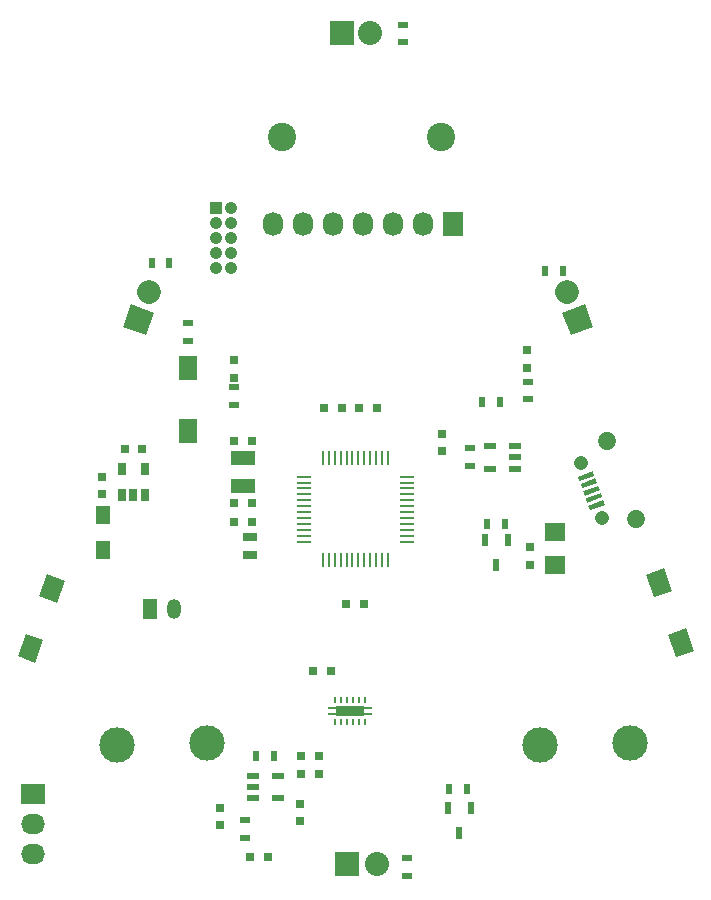
<source format=gbr>
G04 #@! TF.FileFunction,Soldermask,Top*
%FSLAX46Y46*%
G04 Gerber Fmt 4.6, Leading zero omitted, Abs format (unit mm)*
G04 Created by KiCad (PCBNEW 4.0.4-stable) date 10/27/17 11:40:57*
%MOMM*%
%LPD*%
G01*
G04 APERTURE LIST*
%ADD10C,0.100000*%
%ADD11C,3.000000*%
%ADD12R,0.800000X0.750000*%
%ADD13R,0.750000X0.800000*%
%ADD14R,0.797560X0.797560*%
%ADD15R,1.803400X1.600200*%
%ADD16R,1.143000X0.635000*%
%ADD17C,1.150000*%
%ADD18C,1.550000*%
%ADD19R,1.727200X2.032000*%
%ADD20O,1.727200X2.032000*%
%ADD21R,0.599440X1.000760*%
%ADD22R,0.900000X0.500000*%
%ADD23R,0.500000X0.900000*%
%ADD24R,2.032000X2.032000*%
%ADD25O,2.032000X2.032000*%
%ADD26C,2.032000*%
%ADD27R,1.600000X2.000000*%
%ADD28R,1.000760X0.599440*%
%ADD29R,1.300000X0.250000*%
%ADD30R,0.250000X1.300000*%
%ADD31R,0.650000X1.060000*%
%ADD32R,0.700000X0.250000*%
%ADD33R,0.250000X0.500000*%
%ADD34R,2.400000X0.840000*%
%ADD35C,2.400000*%
%ADD36R,2.037160X1.237160*%
%ADD37R,1.200000X1.500000*%
%ADD38R,2.032000X1.727200*%
%ADD39O,2.032000X1.727200*%
%ADD40R,1.200000X1.700000*%
%ADD41O,1.200000X1.700000*%
%ADD42R,1.050000X1.050000*%
%ADD43C,1.050000*%
G04 APERTURE END LIST*
D10*
D11*
X159590000Y-111000000D03*
X167210000Y-110800000D03*
D12*
X135160000Y-92080000D03*
X133660000Y-92080000D03*
X135200000Y-85230000D03*
X133700000Y-85230000D03*
X143160000Y-99030000D03*
X144660000Y-99030000D03*
X135210000Y-90520000D03*
X133710000Y-90520000D03*
X144250000Y-82450000D03*
X145750000Y-82450000D03*
D13*
X158740000Y-95770000D03*
X158740000Y-94270000D03*
X139270000Y-115970000D03*
X139270000Y-117470000D03*
X122480000Y-89770000D03*
X122480000Y-88270000D03*
D12*
X124420000Y-85970000D03*
X125920000Y-85970000D03*
D13*
X132470000Y-116310000D03*
X132470000Y-117810000D03*
D12*
X142810000Y-82450000D03*
X141310000Y-82450000D03*
D13*
X151240000Y-86140000D03*
X151240000Y-84640000D03*
D12*
X140850000Y-113450000D03*
X139350000Y-113450000D03*
X140850000Y-111950000D03*
X139350000Y-111950000D03*
X141870000Y-104700000D03*
X140370000Y-104700000D03*
D14*
X136560000Y-120490000D03*
X135061400Y-120490000D03*
X133700000Y-78400700D03*
X133700000Y-79899300D03*
X158490000Y-77590700D03*
X158490000Y-79089300D03*
D15*
X160850000Y-92953000D03*
X160850000Y-95747000D03*
D16*
X134990000Y-94942000D03*
X134990000Y-93418000D03*
D10*
G36*
X164942515Y-90268064D02*
X165079324Y-90643941D01*
X163810739Y-91105668D01*
X163673930Y-90729791D01*
X164942515Y-90268064D01*
X164942515Y-90268064D01*
G37*
G36*
X164720202Y-89657264D02*
X164857011Y-90033141D01*
X163588426Y-90494868D01*
X163451617Y-90118991D01*
X164720202Y-89657264D01*
X164720202Y-89657264D01*
G37*
G36*
X164497889Y-89046464D02*
X164634698Y-89422341D01*
X163366113Y-89884068D01*
X163229304Y-89508191D01*
X164497889Y-89046464D01*
X164497889Y-89046464D01*
G37*
G36*
X164275575Y-88435664D02*
X164412384Y-88811541D01*
X163143799Y-89273268D01*
X163006990Y-88897391D01*
X164275575Y-88435664D01*
X164275575Y-88435664D01*
G37*
G36*
X164053262Y-87824863D02*
X164190071Y-88200740D01*
X162921486Y-88662467D01*
X162784677Y-88286590D01*
X164053262Y-87824863D01*
X164053262Y-87824863D01*
G37*
D17*
X164787051Y-91814497D02*
X164787051Y-91814497D01*
X163076950Y-87116034D02*
X163076950Y-87116034D01*
D18*
X167666241Y-91830736D02*
X167666241Y-91830736D01*
X165272100Y-85252887D02*
X165272100Y-85252887D01*
D19*
X152190000Y-66930000D03*
D20*
X149650000Y-66930000D03*
X147110000Y-66930000D03*
X144570000Y-66930000D03*
X142030000Y-66930000D03*
X139490000Y-66930000D03*
X136950000Y-66930000D03*
D21*
X153697714Y-116305678D03*
X152745214Y-118418958D03*
X151792714Y-116305678D03*
D22*
X153690000Y-87390000D03*
X153690000Y-85890000D03*
D23*
X156190000Y-81990000D03*
X154690000Y-81990000D03*
D22*
X129750000Y-75300000D03*
X129750000Y-76800000D03*
D23*
X155130000Y-92280000D03*
X156630000Y-92280000D03*
X153400000Y-114750000D03*
X151900000Y-114750000D03*
D22*
X147950000Y-50020000D03*
X147950000Y-51520000D03*
D24*
X142810000Y-50710000D03*
D25*
X145220000Y-50710000D03*
D10*
G36*
X126883489Y-74392765D02*
X126188504Y-76302220D01*
X124279049Y-75607235D01*
X124974034Y-73697780D01*
X126883489Y-74392765D01*
X126883489Y-74392765D01*
G37*
D26*
X126450000Y-72613181D02*
X126450000Y-72613181D01*
D23*
X126700000Y-70200000D03*
X128200000Y-70200000D03*
D10*
G36*
X163375966Y-73697780D02*
X164070951Y-75607235D01*
X162161496Y-76302220D01*
X161466511Y-74392765D01*
X163375966Y-73697780D01*
X163375966Y-73697780D01*
G37*
D26*
X161900000Y-72613181D02*
X161900000Y-72613181D01*
D23*
X159990000Y-70880000D03*
X161490000Y-70880000D03*
D24*
X143240000Y-121110000D03*
D25*
X145780000Y-121110000D03*
D22*
X133700000Y-82200000D03*
X133700000Y-80700000D03*
X158540000Y-81730000D03*
X158540000Y-80230000D03*
X148340000Y-122060000D03*
X148340000Y-120560000D03*
X134570000Y-117370000D03*
X134570000Y-118870000D03*
D10*
G36*
X170429680Y-101671093D02*
X171933188Y-101123861D01*
X172617228Y-103003247D01*
X171113720Y-103550479D01*
X170429680Y-101671093D01*
X170429680Y-101671093D01*
G37*
G36*
X168582772Y-96596753D02*
X170086280Y-96049521D01*
X170770320Y-97928907D01*
X169266812Y-98476139D01*
X168582772Y-96596753D01*
X168582772Y-96596753D01*
G37*
G36*
X118693188Y-98956139D02*
X117189680Y-98408907D01*
X117873720Y-96529521D01*
X119377228Y-97076753D01*
X118693188Y-98956139D01*
X118693188Y-98956139D01*
G37*
G36*
X116846280Y-104030479D02*
X115342772Y-103483247D01*
X116026812Y-101603861D01*
X117530320Y-102151093D01*
X116846280Y-104030479D01*
X116846280Y-104030479D01*
G37*
D27*
X129750000Y-84450000D03*
X129750000Y-79050000D03*
D28*
X157466640Y-87602500D03*
X157466640Y-85697500D03*
X157466640Y-86650000D03*
X155353360Y-85697500D03*
X155353360Y-87602500D03*
D29*
X139600000Y-88280000D03*
X139600000Y-88780000D03*
X139600000Y-89280000D03*
X139600000Y-89780000D03*
X139600000Y-90280000D03*
X139600000Y-90780000D03*
X139600000Y-91280000D03*
X139600000Y-91780000D03*
X139600000Y-92280000D03*
X139600000Y-92780000D03*
X139600000Y-93280000D03*
X139600000Y-93780000D03*
D30*
X141200000Y-95380000D03*
X141700000Y-95380000D03*
X142200000Y-95380000D03*
X142700000Y-95380000D03*
X143200000Y-95380000D03*
X143700000Y-95380000D03*
X144200000Y-95380000D03*
X144700000Y-95380000D03*
X145200000Y-95380000D03*
X145700000Y-95380000D03*
X146200000Y-95380000D03*
X146700000Y-95380000D03*
D29*
X148300000Y-93780000D03*
X148300000Y-93280000D03*
X148300000Y-92780000D03*
X148300000Y-92280000D03*
X148300000Y-91780000D03*
X148300000Y-91280000D03*
X148300000Y-90780000D03*
X148300000Y-90280000D03*
X148300000Y-89780000D03*
X148300000Y-89280000D03*
X148300000Y-88780000D03*
X148300000Y-88280000D03*
D30*
X146700000Y-86680000D03*
X146200000Y-86680000D03*
X145700000Y-86680000D03*
X145200000Y-86680000D03*
X144700000Y-86680000D03*
X144200000Y-86680000D03*
X143700000Y-86680000D03*
X143200000Y-86680000D03*
X142700000Y-86680000D03*
X142200000Y-86680000D03*
X141700000Y-86680000D03*
X141200000Y-86680000D03*
D31*
X124200000Y-89850000D03*
X125150000Y-89850000D03*
X126100000Y-89850000D03*
X126100000Y-87650000D03*
X124200000Y-87650000D03*
D28*
X135283360Y-113597500D03*
X135283360Y-115502500D03*
X135283360Y-114550000D03*
X137396640Y-115502500D03*
X137396640Y-113597500D03*
D32*
X141980000Y-108360000D03*
X141980000Y-107860000D03*
X144980000Y-107860000D03*
D33*
X142730000Y-107160000D03*
X142230000Y-107160000D03*
X143230000Y-107160000D03*
X143730000Y-107160000D03*
X144730000Y-109060000D03*
X144730000Y-107160000D03*
X144230000Y-107160000D03*
X144230000Y-109060000D03*
X143730000Y-109060000D03*
X142230000Y-109060000D03*
X142730000Y-109060000D03*
D34*
X143480000Y-108110000D03*
D33*
X143230000Y-109060000D03*
D32*
X144980000Y-108360000D03*
D35*
X137770000Y-59490000D03*
X151230000Y-59490000D03*
D36*
X134470000Y-89070000D03*
X134470000Y-86670000D03*
D37*
X122540000Y-94460000D03*
X122540000Y-91560000D03*
D38*
X116650000Y-115110000D03*
D39*
X116650000Y-117650000D03*
X116650000Y-120190000D03*
D23*
X135560000Y-111930000D03*
X137060000Y-111930000D03*
D11*
X123780000Y-111000000D03*
X131400000Y-110800000D03*
D40*
X126600000Y-99500000D03*
D41*
X128600000Y-99500000D03*
D42*
X132130000Y-65520000D03*
D43*
X132130000Y-66790000D03*
X132130000Y-68060000D03*
X132130000Y-69330000D03*
X132130000Y-70600000D03*
X133400000Y-66790000D03*
X133400000Y-68060000D03*
X133400000Y-69330000D03*
X133400000Y-70600000D03*
X133400000Y-65520000D03*
D21*
X156832500Y-93673360D03*
X155880000Y-95786640D03*
X154927500Y-93673360D03*
M02*

</source>
